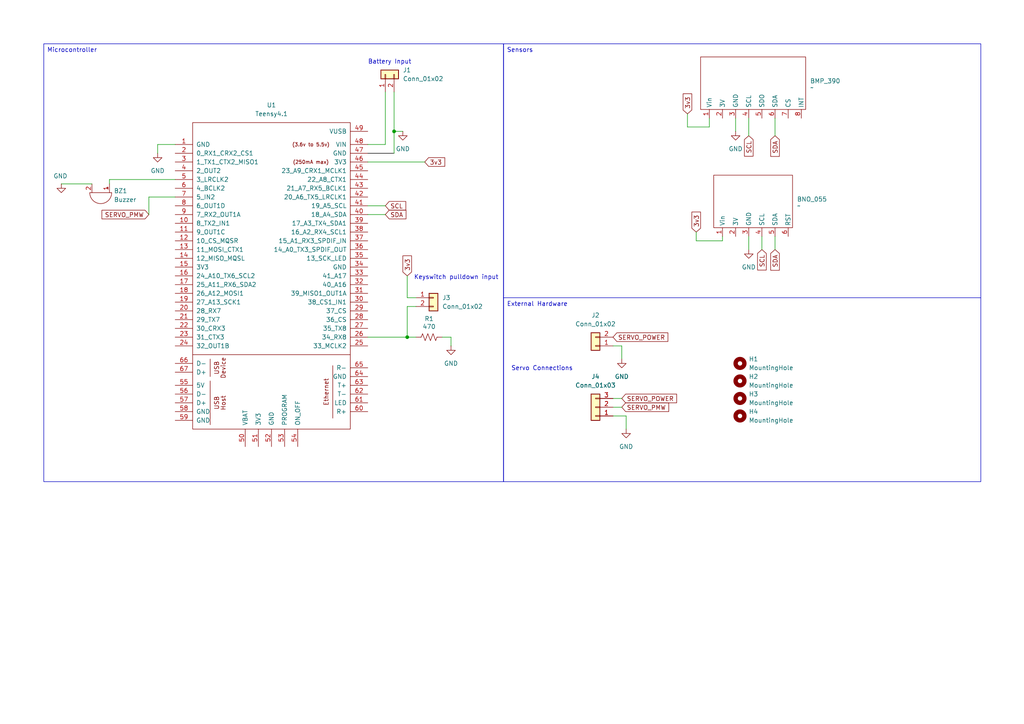
<source format=kicad_sch>
(kicad_sch (version 20231120) (generator "eeschema") (generator_version "8.0")
  (paper "A4")
  (title_block (title "Drag Wiring") (date "2024-12-29"))
  (lib_symbols
    (symbol "BNO-055_1"
      (property "Reference" "BMP_390" (at 13.97 0.6351 0))
      (property "Value" "~" (at 13.97 -1.27 0))
      (symbol "BNO-055_1_0_1"
        (rectangle (start -15.24 7.62) (end 15.24 -7.62))
      )
      (symbol "BNO-055_1_1_1"
        (pin input line (at -12.7 -10.16 90) (length 2.54) (name "Vin") (number "1"))
        (pin input line (at -8.89 -10.16 90) (length 2.54) (name "3V") (number "2"))
        (pin input line (at -5.08 -10.16 90) (length 2.54) (name "GND") (number "3"))
        (pin input line (at -1.27 -10.16 90) (length 2.54) (name "SCL") (number "4"))
        (pin input line (at 2.54 -10.16 90) (length 2.54) (name "SDO") (number "5"))
        (pin input line (at 6.35 -10.16 90) (length 2.54) (name "SDA") (number "6"))
        (pin input line (at 10.16 -10.16 90) (length 2.54) (name "CS") (number "7"))
        (pin input line (at 13.97 -10.16 90) (length 2.54) (name "INT") (number "8"))
      )
    )
    (symbol "BNO-055_2"
      (property "Reference" "BNO_055" (at 12.7 0.6351 0))
      (property "Value" "~" (at 12.7 -1.27 0))
      (symbol "BNO-055_2_0_1"
        (rectangle (start -11.43 -7.62) (end 11.43 7.62))
      )
      (symbol "BNO-055_2_1_1"
        (pin input line (at -8.89 -10.16 90) (length 2.54) (name "Vin") (number "1"))
        (pin input line (at -5.08 -10.16 90) (length 2.54) (name "3V") (number "2"))
        (pin input line (at -1.27 -10.16 90) (length 2.54) (name "GND") (number "3"))
        (pin input line (at 2.54 -10.16 90) (length 2.54) (name "SCL") (number "4"))
        (pin input line (at 6.35 -10.16 90) (length 2.54) (name "SDA") (number "5"))
        (pin input line (at 10.16 -10.16 90) (length 2.54) (name "RST") (number "6"))
      )
    )
    (symbol "Connector_Generic:Conn_01x02" (pin_names (offset 1.016) hide)
      (property "Reference" "J" (at 0 2.54 0))
      (property "Value" "Conn_01x02" (at 0 -5.08 0))
      (symbol "Conn_01x02_1_1"
        (rectangle (start -1.27 -2.413) (end 0 -2.667) (stroke (width 0.1524)))
        (rectangle (start -1.27 0.127) (end 0 -0.127) (stroke (width 0.1524)))
        (rectangle (start -1.27 1.27) (end 1.27 -3.81) (stroke (width 0.254)) (fill (type background)))
        (pin passive line (at -5.08 0 0) (length 3.81) (name "Pin_1") (number "1"))
        (pin passive line (at -5.08 -2.54 0) (length 3.81) (name "Pin_2") (number "2"))
      )
    )
    (symbol "Connector_Generic:Conn_01x03" (pin_names (offset 1.016) hide)
      (property "Reference" "J" (at 0 5.08 0))
      (property "Value" "Conn_01x03" (at 0 -5.08 0))
      (symbol "Conn_01x03_1_1"
        (rectangle (start -1.27 -2.413) (end 0 -2.667) (stroke (width 0.1524)))
        (rectangle (start -1.27 0.127) (end 0 -0.127) (stroke (width 0.1524)))
        (rectangle (start -1.27 2.667) (end 0 2.413) (stroke (width 0.1524)))
        (rectangle (start -1.27 3.81) (end 1.27 -3.81) (stroke (width 0.254)) (fill (type background)))
        (pin passive line (at -5.08 2.54 0) (length 3.81) (name "Pin_1") (number "1"))
        (pin passive line (at -5.08 0 0) (length 3.81) (name "Pin_2") (number "2"))
        (pin passive line (at -5.08 -2.54 0) (length 3.81) (name "Pin_3") (number "3"))
      )
    )
    (symbol "Device:Buzzer" (pin_names (offset 0.0254) hide)
      (property "Reference" "BZ" (at 3.81 1.27 0))
      (property "Value" "Buzzer" (at 3.81 -1.27 0))
      (symbol "Buzzer_0_1"
        (arc (start 0 -3.175) (mid 3.1612 0) (end 0 3.175))
        (polyline (pts (xy -1.651 1.905) (xy -1.143 1.905)))
        (polyline (pts (xy -1.397 2.159) (xy -1.397 1.651)))
        (polyline (pts (xy 0 3.175) (xy 0 -3.175)))
      )
      (symbol "Buzzer_1_1"
        (pin passive line (at -2.54 2.54 0) (length 2.54) (name "+") (number "1"))
        (pin passive line (at -2.54 -2.54 0) (length 2.54) (name "-") (number "2"))
      )
    )
    (symbol "Device:R_US" (pin_numbers hide) (pin_names (offset 0))
      (property "Reference" "R" (at 2.54 0 90))
      (property "Value" "R_US" (at -2.54 0 90))
      (symbol "R_US_0_1"
        (polyline (pts (xy 0 -2.286) (xy 0 -2.54)))
        (polyline (pts (xy 0 2.286) (xy 0 2.54)))
        (polyline (pts (xy 0 -0.762) (xy 1.016 -1.143) (xy 0 -1.524) (xy -1.016 -1.905) (xy 0 -2.286)))
        (polyline (pts (xy 0 0.762) (xy 1.016 0.381) (xy 0 0) (xy -1.016 -0.381) (xy 0 -0.762)))
        (polyline (pts (xy 0 2.286) (xy 1.016 1.905) (xy 0 1.524) (xy -1.016 1.143) (xy 0 0.762)))
      )
      (symbol "R_US_1_1"
        (pin passive line (at 0 3.81 270) (length 1.27) (name "~") (number "1"))
        (pin passive line (at 0 -3.81 90) (length 1.27) (name "~") (number "2"))
      )
    )
    (symbol "Mechanical:MountingHole" (pin_names (offset 1.016)) (exclude_from_sim yes) (in_bom no)
      (property "Reference" "H" (at 0 5.08 0))
      (property "Value" "MountingHole" (at 0 3.175 0))
      (symbol "MountingHole_0_1"
        (circle (center 0 0) (radius 1.27) (stroke (width 1.27)))
      )
    )
    (symbol "power:GND" (power) (pin_numbers hide) (pin_names (offset 0) hide)
      (property "Value" "GND" (at 0 -3.81 0))
      (symbol "GND_0_1"
        (polyline (pts (xy 0 0) (xy 0 -1.27) (xy 1.27 -1.27) (xy 0 -2.54) (xy -1.27 -1.27) (xy 0 -1.27)))
      )
      (symbol "GND_1_1"
        (pin power_in line (at 0 0 270) (length 0) (name "~") (number "1"))
      )
    )
    (symbol "teensy:Teensy4.1" (pin_names (offset 1.016))
      (property "Reference" "U" (at 0 64.77 0))
      (property "Value" "Teensy4.1" (at 0 62.23 0))
      (symbol "Teensy4.1_0_0"
        (polyline (pts (xy -22.86 -6.35) (xy 22.86 -6.35)))
        (polyline (pts (xy -17.78 -26.67) (xy -17.78 -13.97)))
        (polyline (pts (xy -17.78 -7.62) (xy -17.78 -12.7)))
        (polyline (pts (xy 17.78 -9.525) (xy 17.78 -24.765)))
        (text "(250mA max)" (at 11.43 49.53 0) (effects (font (size 1.016 1.016))))
        (text "(3.6v to 5.5v)" (at 11.43 54.61 0) (effects (font (size 1.016 1.016))))
        (text "Device" (at -13.97 -10.16 900) (effects (font (size 1.27 1.27))))
        (text "Ethernet" (at 15.875 -17.145 900) (effects (font (size 1.27 1.27))))
        (text "Host" (at -13.97 -20.32 900) (effects (font (size 1.27 1.27))))
        (text "USB" (at -15.875 -20.32 900) (effects (font (size 1.27 1.27))))
        (text "USB" (at -15.875 -10.16 900) (effects (font (size 1.27 1.27))))
        (pin bidirectional line (at -27.94 31.75 0) (length 5.08) (name "8_TX2_IN1") (number "10"))
        (pin bidirectional line (at -27.94 29.21 0) (length 5.08) (name "9_OUT1C") (number "11"))
        (pin bidirectional line (at -27.94 26.67 0) (length 5.08) (name "10_CS_MQSR") (number "12"))
        (pin bidirectional line (at -27.94 24.13 0) (length 5.08) (name "11_MOSI_CTX1") (number "13"))
        (pin bidirectional line (at -27.94 21.59 0) (length 5.08) (name "12_MISO_MQSL") (number "14"))
        (pin power_in line (at -27.94 19.05 0) (length 5.08) (name "3V3") (number "15"))
        (pin bidirectional line (at -27.94 16.51 0) (length 5.08) (name "24_A10_TX6_SCL2") (number "16"))
        (pin bidirectional line (at -27.94 13.97 0) (length 5.08) (name "25_A11_RX6_SDA2") (number "17"))
        (pin bidirectional line (at -27.94 11.43 0) (length 5.08) (name "26_A12_MOSI1") (number "18"))
        (pin bidirectional line (at -27.94 8.89 0) (length 5.08) (name "27_A13_SCK1") (number "19"))
        (pin bidirectional line (at -27.94 6.35 0) (length 5.08) (name "28_RX7") (number "20"))
        (pin bidirectional line (at -27.94 3.81 0) (length 5.08) (name "29_TX7") (number "21"))
        (pin bidirectional line (at -27.94 1.27 0) (length 5.08) (name "30_CRX3") (number "22"))
        (pin bidirectional line (at -27.94 -1.27 0) (length 5.08) (name "31_CTX3") (number "23"))
        (pin bidirectional line (at -27.94 -3.81 0) (length 5.08) (name "32_OUT1B") (number "24"))
        (pin bidirectional line (at 27.94 -3.81 180) (length 5.08) (name "33_MCLK2") (number "25"))
        (pin bidirectional line (at 27.94 -1.27 180) (length 5.08) (name "34_RX8") (number "26"))
        (pin bidirectional line (at 27.94 1.27 180) (length 5.08) (name "35_TX8") (number "27"))
        (pin bidirectional line (at 27.94 3.81 180) (length 5.08) (name "36_CS") (number "28"))
        (pin bidirectional line (at 27.94 6.35 180) (length 5.08) (name "37_CS") (number "29"))
        (pin bidirectional line (at 27.94 8.89 180) (length 5.08) (name "38_CS1_IN1") (number "30"))
        (pin bidirectional line (at 27.94 11.43 180) (length 5.08) (name "39_MISO1_OUT1A") (number "31"))
        (pin bidirectional line (at 27.94 13.97 180) (length 5.08) (name "40_A16") (number "32"))
        (pin bidirectional line (at 27.94 16.51 180) (length 5.08) (name "41_A17") (number "33"))
        (pin bidirectional line (at 27.94 21.59 180) (length 5.08) (name "13_SCK_LED") (number "35"))
        (pin bidirectional line (at 27.94 24.13 180) (length 5.08) (name "14_A0_TX3_SPDIF_OUT") (number "36"))
        (pin bidirectional line (at 27.94 26.67 180) (length 5.08) (name "15_A1_RX3_SPDIF_IN") (number "37"))
        (pin bidirectional line (at 27.94 29.21 180) (length 5.08) (name "16_A2_RX4_SCL1") (number "38"))
        (pin bidirectional line (at 27.94 31.75 180) (length 5.08) (name "17_A3_TX4_SDA1") (number "39"))
        (pin bidirectional line (at 27.94 34.29 180) (length 5.08) (name "18_A4_SDA") (number "40"))
        (pin bidirectional line (at 27.94 36.83 180) (length 5.08) (name "19_A5_SCL") (number "41"))
        (pin bidirectional line (at 27.94 39.37 180) (length 5.08) (name "20_A6_TX5_LRCLK1") (number "42"))
        (pin bidirectional line (at 27.94 41.91 180) (length 5.08) (name "21_A7_RX5_BCLK1") (number "43"))
        (pin bidirectional line (at 27.94 44.45 180) (length 5.08) (name "22_A8_CTX1") (number "44"))
        (pin bidirectional line (at 27.94 46.99 180) (length 5.08) (name "23_A9_CRX1_MCLK1") (number "45"))
        (pin output line (at 27.94 49.53 180) (length 5.08) (name "3V3") (number "46"))
        (pin output line (at 27.94 52.07 180) (length 5.08) (name "GND") (number "47"))
        (pin power_in line (at 27.94 54.61 180) (length 5.08) (name "VIN") (number "48"))
        (pin power_out line (at 27.94 58.42 180) (length 5.08) (name "VUSB") (number "49"))
        (pin bidirectional line (at -27.94 44.45 0) (length 5.08) (name "3_LRCLK2") (number "5"))
        (pin power_in line (at -7.62 -33.02 90) (length 5.08) (name "VBAT") (number "50"))
        (pin power_in line (at -3.81 -33.02 90) (length 5.08) (name "3V3") (number "51"))
        (pin input line (at 0 -33.02 90) (length 5.08) (name "GND") (number "52"))
        (pin input line (at 3.81 -33.02 90) (length 5.08) (name "PROGRAM") (number "53"))
        (pin input line (at 7.62 -33.02 90) (length 5.08) (name "ON_OFF") (number "54"))
        (pin power_out line (at -27.94 -15.24 0) (length 5.08) (name "5V") (number "55"))
        (pin bidirectional line (at -27.94 -17.78 0) (length 5.08) (name "D-") (number "56"))
        (pin bidirectional line (at -27.94 -20.32 0) (length 5.08) (name "D+") (number "57"))
        (pin power_in line (at -27.94 -22.86 0) (length 5.08) (name "GND") (number "58"))
        (pin power_in line (at -27.94 -25.4 0) (length 5.08) (name "GND") (number "59"))
        (pin bidirectional line (at -27.94 41.91 0) (length 5.08) (name "4_BCLK2") (number "6"))
        (pin bidirectional line (at 27.94 -22.86 180) (length 5.08) (name "R+") (number "60"))
        (pin bidirectional line (at 27.94 -20.32 180) (length 5.08) (name "LED") (number "61"))
        (pin bidirectional line (at 27.94 -17.78 180) (length 5.08) (name "T-") (number "62"))
        (pin bidirectional line (at 27.94 -15.24 180) (length 5.08) (name "T+") (number "63"))
        (pin power_in line (at 27.94 -12.7 180) (length 5.08) (name "GND") (number "64"))
        (pin bidirectional line (at 27.94 -10.16 180) (length 5.08) (name "R-") (number "65"))
        (pin bidirectional line (at -27.94 -8.89 0) (length 5.08) (name "D-") (number "66"))
        (pin bidirectional line (at -27.94 -11.43 0) (length 5.08) (name "D+") (number "67"))
        (pin bidirectional line (at -27.94 39.37 0) (length 5.08) (name "5_IN2") (number "7"))
        (pin bidirectional line (at -27.94 36.83 0) (length 5.08) (name "6_OUT1D") (number "8"))
        (pin bidirectional line (at -27.94 34.29 0) (length 5.08) (name "7_RX2_OUT1A") (number "9"))
      )
      (symbol "Teensy4.1_0_1"
        (rectangle (start -22.86 60.96) (end 22.86 -27.94))
        (rectangle (start -20.32 -1.27) (end -20.32 -1.27))
      )
      (symbol "Teensy4.1_1_1"
        (pin power_in line (at -27.94 54.61 0) (length 5.08) (name "GND") (number "1"))
        (pin bidirectional line (at -27.94 52.07 0) (length 5.08) (name "0_RX1_CRX2_CS1") (number "2"))
        (pin bidirectional line (at -27.94 49.53 0) (length 5.08) (name "1_TX1_CTX2_MISO1") (number "3"))
        (pin power_in line (at 27.94 19.05 180) (length 5.08) (name "GND") (number "34"))
        (pin bidirectional line (at -27.94 46.99 0) (length 5.08) (name "2_OUT2") (number "4"))
      )
    )
  )
  (junction (at 114.3 38.1))
  (junction (at 118.11 97.79))
  (wire (pts (xy 114.3 26.67) (xy 114.3 38.1)))
  (wire (pts (xy 217.17 68.58) (xy 217.17 72.39)))
  (wire (pts (xy 180.34 100.33) (xy 177.8 100.33)))
  (wire (pts (xy 181.61 120.65) (xy 177.8 120.65)))
  (wire (pts (xy 114.3 38.1) (xy 114.3 44.45)))
  (wire (pts (xy 106.68 59.69) (xy 111.76 59.69)))
  (wire (pts (xy 209.55 69.85) (xy 201.93 69.85)))
  (wire (pts (xy 118.11 86.36) (xy 120.65 86.36)))
  (wire (pts (xy 205.74 36.83) (xy 205.74 34.29)))
  (wire (pts (xy 45.72 44.45) (xy 45.72 41.91)))
  (wire (pts (xy 118.11 88.9) (xy 120.65 88.9)))
  (wire (pts (xy 50.8 57.15) (xy 43.18 57.15)))
  (wire (pts (xy 181.61 124.46) (xy 181.61 120.65)))
  (wire (pts (xy 114.3 38.1) (xy 116.84 38.1)))
  (wire (pts (xy 201.93 69.85) (xy 201.93 67.31)))
  (wire (pts (xy 199.39 36.83) (xy 199.39 33.02)))
  (wire (pts (xy 209.55 68.58) (xy 209.55 69.85)))
  (wire (pts (xy 213.36 34.29) (xy 213.36 38.1)))
  (wire (pts (xy 106.68 44.45) (xy 114.3 44.45)) (stroke (width 0) (color 0 0 0 1)))
  (wire (pts (xy 123.19 46.99) (xy 106.68 46.99)))
  (wire (pts (xy 45.72 41.91) (xy 50.8 41.91)))
  (wire (pts (xy 217.17 34.29) (xy 217.17 39.37)))
  (wire (pts (xy 199.39 36.83) (xy 205.74 36.83)))
  (wire (pts (xy 31.75 52.07) (xy 31.75 53.34)))
  (wire (pts (xy 31.75 52.07) (xy 50.8 52.07)))
  (wire (pts (xy 224.79 34.29) (xy 224.79 39.37)))
  (wire (pts (xy 177.8 118.11) (xy 180.34 118.11)))
  (wire (pts (xy 180.34 104.14) (xy 180.34 100.33)))
  (wire (pts (xy 43.18 57.15) (xy 43.18 62.23)))
  (wire (pts (xy 177.8 115.57) (xy 180.34 115.57)))
  (wire (pts (xy 130.81 97.79) (xy 128.27 97.79)))
  (wire (pts (xy 224.79 72.39) (xy 224.79 68.58)))
  (wire (pts (xy 111.76 26.67) (xy 111.76 41.91)))
  (wire (pts (xy 220.98 68.58) (xy 220.98 72.39)))
  (wire (pts (xy 118.11 97.79) (xy 120.65 97.79)))
  (wire (pts (xy 111.76 62.23) (xy 106.68 62.23)))
  (wire (pts (xy 111.76 41.91) (xy 106.68 41.91)))
  (wire (pts (xy 17.78 53.34) (xy 26.67 53.34)))
  (wire (pts (xy 106.68 97.79) (xy 118.11 97.79)))
  (wire (pts (xy 130.81 100.33) (xy 130.81 97.79)))
  (wire (pts (xy 118.11 88.9) (xy 118.11 97.79)))
  (wire (pts (xy 118.11 80.01) (xy 118.11 86.36)))
  (text_box "Sensors" (at 146.05 12.7 0) (size 138.43 73.66) (effects (font (size 1.27 1.27)) (justify left top)))
  (text_box "Microcontroller" (at 12.7 12.7 0) (size 133.35 127) (effects (font (size 1.27 1.27)) (justify left top)))
  (text_box "External Hardware\n" (at 146.05 86.36 0) (size 138.43 53.34) (effects (font (size 1.27 1.27)) (justify left top)))
  (text "Servo Connections" (at 157.226 106.934 0) (effects (font (size 1.27 1.27))))
  (text "Keyswitch pulldown input" (at 132.334 80.518 0) (effects (font (size 1.27 1.27))))
  (text "Battery Input\n" (at 113.03 18.034 0) (effects (font (size 1.27 1.27))))
  (global_label "3v3" (shape input) (at 201.93 67.31 90) (property "Intersheetrefs" "${INTERSHEET_REFS}" (effects (hide yes))))
  (global_label "SERVO_POWER" (shape input) (at 177.8 97.79 0) (property "Intersheetrefs" "${INTERSHEET_REFS}" (effects (hide yes))))
  (global_label "SDA" (shape input) (at 224.79 39.37 270) (property "Intersheetrefs" "${INTERSHEET_REFS}" (effects (hide yes))))
  (global_label "SCL" (shape input) (at 217.17 39.37 270) (property "Intersheetrefs" "${INTERSHEET_REFS}" (effects (hide yes))))
  (global_label "SERVO_PMW" (shape input) (at 180.34 118.11 0) (property "Intersheetrefs" "${INTERSHEET_REFS}" (effects (hide yes))))
  (global_label "SDA" (shape input) (at 111.76 62.23 0) (property "Intersheetrefs" "${INTERSHEET_REFS}" (effects (hide yes))))
  (global_label "SCL" (shape input) (at 220.98 72.39 270) (property "Intersheetrefs" "${INTERSHEET_REFS}" (effects (hide yes))))
  (global_label "3v3" (shape input) (at 199.39 33.02 90) (property "Intersheetrefs" "${INTERSHEET_REFS}" (effects (hide yes))))
  (global_label "SERVO_POWER" (shape input) (at 180.34 115.57 0) (property "Intersheetrefs" "${INTERSHEET_REFS}" (effects (hide yes))))
  (global_label "3v3" (shape input) (at 118.11 80.01 90) (property "Intersheetrefs" "${INTERSHEET_REFS}" (effects (hide yes))))
  (global_label "3v3" (shape input) (at 123.19 46.99 0) (property "Intersheetrefs" "${INTERSHEET_REFS}" (effects (hide yes))))
  (global_label "SERVO_PMW" (shape input) (at 43.18 62.23 180) (property "Intersheetrefs" "${INTERSHEET_REFS}" (effects (hide yes))))
  (global_label "SCL" (shape input) (at 111.76 59.69 0) (property "Intersheetrefs" "${INTERSHEET_REFS}" (effects (hide yes))))
  (global_label "SDA" (shape input) (at 224.79 72.39 270) (property "Intersheetrefs" "${INTERSHEET_REFS}" (effects (hide yes))))
  (symbol (lib_id "Mechanical:MountingHole") (at 214.63 120.65 0) (unit 1) (exclude_from_sim yes) (in_bom no)
    (property "Reference" "H4" (at 217.17 119.3799 0) (effects (justify left)))
    (property "Value" "MountingHole" (at 217.17 121.9199 0) (effects (justify left)))
    (property "Footprint" "MountingHole:MountingHole_3.2mm_M3_DIN965" (effects (hide yes)))
    (property "Description" "Mounting Hole without connection" (effects (hide yes)))
  )
  (symbol (lib_id "Mechanical:MountingHole") (at 214.63 110.49 0) (unit 1) (exclude_from_sim yes) (in_bom no)
    (property "Reference" "H2" (at 217.17 109.2199 0) (effects (justify left)))
    (property "Value" "MountingHole" (at 217.17 111.7599 0) (effects (justify left)))
    (property "Footprint" "MountingHole:MountingHole_3.2mm_M3_DIN965" (effects (hide yes)))
    (property "Description" "Mounting Hole without connection" (effects (hide yes)))
  )
  (symbol (lib_id "power:GND") (at 180.34 104.14 0) (unit 1)
    (property "Reference" "#PWR07" (effects (hide yes)))
    (property "Value" "GND" (at 180.34 109.22 0))
    (property "Description" "Power symbol creates a global label with name \"GND\" , ground" (effects (hide yes)))
  )
  (symbol (lib_id "power:GND") (at 17.78 53.34 0) (unit 1)
    (property "Reference" "#PWR06" (effects (hide yes)))
    (property "Value" "GND" (at 17.526 51.054 0))
    (property "Description" "Power symbol creates a global label with name \"GND\" , ground" (effects (hide yes)))
  )
  (symbol (lib_id "Mechanical:MountingHole") (at 214.63 105.41 0) (unit 1) (exclude_from_sim yes) (in_bom no)
    (property "Reference" "H1" (at 217.17 104.1399 0) (effects (justify left)))
    (property "Value" "MountingHole" (at 217.17 106.6799 0) (effects (justify left)))
    (property "Footprint" "MountingHole:MountingHole_3.2mm_M3_DIN965" (effects (hide yes)))
    (property "Description" "Mounting Hole without connection" (effects (hide yes)))
  )
  (symbol (lib_id "power:GND") (at 116.84 38.1 0) (unit 1)
    (property "Reference" "#PWR04" (effects (hide yes)))
    (property "Value" "GND" (at 116.84 43.18 0))
    (property "Description" "Power symbol creates a global label with name \"GND\" , ground" (effects (hide yes)))
  )
  (symbol (lib_id "power:GND") (at 213.36 38.1 0) (unit 1)
    (property "Reference" "#PWR03" (effects (hide yes)))
    (property "Value" "GND" (at 213.36 43.18 0))
    (property "Description" "Power symbol creates a global label with name \"GND\" , ground" (effects (hide yes)))
  )
  (symbol (lib_id "Mechanical:MountingHole") (at 214.63 115.57 0) (unit 1) (exclude_from_sim yes) (in_bom no)
    (property "Reference" "H3" (at 217.17 114.2999 0) (effects (justify left)))
    (property "Value" "MountingHole" (at 217.17 116.8399 0) (effects (justify left)))
    (property "Footprint" "MountingHole:MountingHole_3.2mm_M3_DIN965" (effects (hide yes)))
    (property "Description" "Mounting Hole without connection" (effects (hide yes)))
  )
  (symbol (lib_name "BNO-055_2") (lib_id "Breakouts:BNO-055") (at 218.44 58.42 0) (unit 1)
    (property "Reference" "BNO_055" (at 231.14 57.7849 0) (effects (justify left)))
    (property "Value" "~" (at 231.14 59.69 0) (effects (justify left)))
    (property "Footprint" "Breakouts:BNO055Ada" (effects (hide yes)))
  )
  (symbol (lib_id "power:GND") (at 181.61 124.46 0) (unit 1)
    (property "Reference" "#PWR08" (effects (hide yes)))
    (property "Value" "GND" (at 181.61 129.54 0))
    (property "Description" "Power symbol creates a global label with name \"GND\" , ground" (effects (hide yes)))
  )
  (symbol (lib_id "power:GND") (at 217.17 72.39 0) (unit 1)
    (property "Reference" "#PWR02" (effects (hide yes)))
    (property "Value" "GND" (at 217.17 77.47 0))
    (property "Description" "Power symbol creates a global label with name \"GND\" , ground" (effects (hide yes)))
  )
  (symbol (lib_id "Connector_Generic:Conn_01x02") (at 172.72 100.33 180) (unit 1)
    (property "Reference" "J2" (at 172.72 91.44 0))
    (property "Value" "Conn_01x02" (at 172.72 93.98 0))
    (property "Footprint" "Connector_JST:JST_XA_B02B-XASK-1_1x02_P2.50mm_Vertical" (effects (hide yes)))
    (property "Description" "Generic connector, single row, 01x02, script generated (kicad-library-utils/schlib/autogen/connector/)" (effects (hide yes)))
  )
  (symbol (lib_id "Connector_Generic:Conn_01x03") (at 172.72 118.11 180) (unit 1)
    (property "Reference" "J4" (at 172.72 109.22 0))
    (property "Value" "Conn_01x03" (at 172.72 111.76 0))
    (property "Footprint" "Connector_JST:JST_EH_B3B-EH-A_1x03_P2.50mm_Vertical" (effects (hide yes)))
    (property "Description" "Generic connector, single row, 01x03, script generated (kicad-library-utils/schlib/autogen/connector/)" (effects (hide yes)))
  )
  (symbol (lib_id "Connector_Generic:Conn_01x02") (at 125.73 86.36 0) (unit 1)
    (property "Reference" "J3" (at 128.27 86.3599 0) (effects (justify left)))
    (property "Value" "Conn_01x02" (at 128.27 88.8999 0) (effects (justify left)))
    (property "Footprint" "Connector_JST:JST_XA_B02B-XASK-1_1x02_P2.50mm_Vertical" (effects (hide yes)))
    (property "Description" "Generic connector, single row, 01x02, script generated (kicad-library-utils/schlib/autogen/connector/)" (effects (hide yes)))
  )
  (symbol (lib_id "Device:Buzzer") (at 29.21 55.88 270) (unit 1)
    (property "Reference" "BZ1" (at 33.02 55.365 90) (effects (justify left)))
    (property "Value" "Buzzer" (at 33.02 57.905 90) (effects (justify left)))
    (property "Footprint" "Buzzer_Beeper:Buzzer_TDK_PS1240P02BT_D12.2mm_H6.5mm" (effects (hide yes)))
    (property "Description" "Buzzer, polarized" (effects (hide yes)))
  )
  (symbol (lib_id "power:GND") (at 45.72 44.45 0) (unit 1)
    (property "Reference" "#PWR05" (effects (hide yes)))
    (property "Value" "GND" (at 45.72 49.53 0))
    (property "Description" "Power symbol creates a global label with name \"GND\" , ground" (effects (hide yes)))
  )
  (symbol (lib_id "teensy:Teensy4.1") (at 78.74 96.52 0) (unit 1)
    (property "Reference" "U1" (at 78.74 30.48 0))
    (property "Value" "Teensy4.1" (at 78.74 33.02 0))
    (property "Footprint" "Breakouts:Teensy41" (effects (hide yes)))
  )
  (symbol (lib_id "Device:R_US") (at 124.46 97.79 90) (unit 1)
    (property "Reference" "R1" (at 124.46 92.456 90))
    (property "Value" "470" (at 124.46 94.742 90))
    (property "Footprint" "Resistor_THT:R_Axial_DIN0411_L9.9mm_D3.6mm_P15.24mm_Horizontal" (effects (hide yes)))
    (property "Description" "Resistor, US symbol" (effects (hide yes)))
  )
  (symbol (lib_id "Connector_Generic:Conn_01x02") (at 111.76 21.59 90) (unit 1)
    (property "Reference" "J1" (at 116.84 20.3199 90) (effects (justify right)))
    (property "Value" "Conn_01x02" (at 116.84 22.8599 90) (effects (justify right)))
    (property "Footprint" "Connector_JST:JST_XA_B02B-XASK-1_1x02_P2.50mm_Vertical" (effects (hide yes)))
    (property "Description" "Generic connector, single row, 01x02, script generated (kicad-library-utils/schlib/autogen/connector/)" (effects (hide yes)))
  )
  (symbol (lib_id "power:GND") (at 130.81 100.33 0) (unit 1)
    (property "Reference" "#PWR01" (effects (hide yes)))
    (property "Value" "GND" (at 130.81 105.41 0))
    (property "Description" "Power symbol creates a global label with name \"GND\" , ground" (effects (hide yes)))
  )
  (symbol (lib_name "BNO-055_1") (lib_id "Breakouts:BNO-055") (at 218.44 24.13 0) (unit 1)
    (property "Reference" "BMP_390" (at 234.95 23.4949 0) (effects (justify left)))
    (property "Value" "~" (at 234.95 25.4 0) (effects (justify left)))
    (property "Footprint" "Breakouts:BMP390" (effects (hide yes)))
  )
)
</source>
